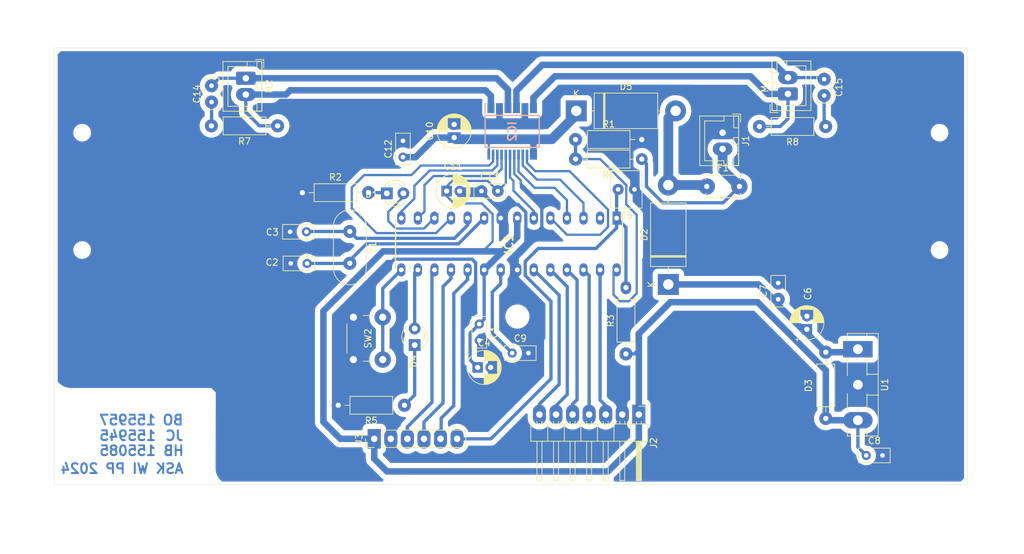
<source format=kicad_pcb>
(kicad_pcb (version 20240108) (generator "pcbnew") (generator_version "8.0")
  (layers (0 "F.Cu" signal) (31 "B.Cu" signal) (34 "B.Paste" user) (35 "F.Paste" user) (36 "B.SilkS" user "B.Silkscreen") (37 "F.SilkS" user "F.Silkscreen") (38 "B.Mask" user) (39 "F.Mask" user) (44 "Edge.Cuts" user))
  (net 0 "")
  (net 1 "GND")
  (net 2 "DRV_VCC")
  (net 3 "V_M")
  (net 4 "m_b1")
  (net 5 "MOSI")
  (net 6 "IR_1")
  (net 7 "CLK_1")
  (net 8 "m_b2")
  (net 9 "pwm_m1")
  (net 10 "m_a1")
  (net 11 "m_a2")
  (net 12 "IR_3")
  (net 13 "pwm_m2")
  (net 14 "CLK_2")
  (net 15 "Net-(D2-K)")
  (net 16 "Net-(D1-A)")
  (net 17 "MISO")
  (net 18 "IR_5")
  (net 19 "RST")
  (net 20 "SCK")
  (net 21 "IR_2")
  (net 22 "Net-(IC1-AREF)")
  (net 23 "IR_4")
  (net 24 "stby")
  (net 25 "Net-(IC2-AO2_1)")
  (net 26 "Net-(IC2-AO1_1)")
  (net 27 "Net-(IC2-BO2_1)")
  (net 28 "Net-(IC2-BO1_1)")
  (net 29 "Net-(D4-A)")
  (net 30 "Net-(D1-K)")
  (net 31 "Net-(D4-K)")
  (net 32 "Net-(IC1-PC5_(ADC5{slash}SCL{slash}PCINT13))")
  (net 34 "Net-(IC1-PB1_(OC1A{slash}PCINT1))")
  (net 35 "V_Bat")
  (net 36 "Vin")
  (net 37 "Net-(C14-Pad1)")
  (net 38 "Net-(C15-Pad2)")
  (footprint "Resistor_THT:R_Axial_DIN0207_L6.3mm_D2.5mm_P10.16mm_Horizontal" (layer "F.Cu") (at 62.52 48.9)
    (property "Reference" "R2")
    (property "Value" "220")
  )
  (footprint "KiCad:print" (layer "F.Cu") (at 35.25 89.5)
    (property "Reference" "REF**" (hide yes))
    (property "Value" "print" (hide yes))
  )
  (footprint "LED_THT:LED_D3.0mm_FlatTop" (layer "F.Cu") (at 75.475 49)
    (property "Reference" "D1")
    (property "Value" "Status2")
  )
  (footprint "MountingHole:MountingHole_2.2mm_M2" (layer "F.Cu") (at 28.75 57.7)
    (property "Reference" "REF**" (hide yes))
    (property "Value" "MountingHole_2.2mm_M2")
  )
  (footprint "MountingHole:MountingHole_2.2mm_M2" (layer "F.Cu") (at 160.25 57.7)
    (property "Reference" "REF**" (hide yes))
    (property "Value" "MountingHole_2.2mm_M2")
  )
  (footprint "MountingHole:MountingHole_3.2mm_M3" (layer "F.Cu") (at 95.5 67.9)
    (property "Reference" "REF**" (hide yes))
    (property "Value" "MountingHole_3.2mm_M3")
  )
  (footprint "Capacitor_THT:C_Rect_L4.6mm_W2.0mm_P2.50mm_MKS02_FKP02" (layer "F.Cu") (at 60.75 59.75)
    (property "Reference" "C2")
    (property "Value" "22pF")
  )
  (footprint "Capacitor_THT:CP_Radial_D5.0mm_P2.00mm" (layer "F.Cu") (at 84.65 48.649998)
    (property "Reference" "C11")
    (property "Value" "10uF")
  )
  (footprint "Connector_PinHeader_2.54mm:PinHeader_1x06_P2.54mm_Vertical" (layer "F.Cu") (at 73.55 86.65 90)
    (property "Reference" "J3")
    (property "Value" "SPI")
  )
  (footprint "Connector_JST:JST_XH_B2B-XH-A_1x02_P2.50mm_Vertical" (layer "F.Cu") (at 137 33.75 90)
    (property "Reference" "M1")
    (property "Value" "Motor_DC" (hide yes))
  )
  (footprint "MountingHole:MountingHole_2.2mm_M2" (layer "F.Cu") (at 160.25 39.7)
    (property "Reference" "REF**" (hide yes))
    (property "Value" "MountingHole_2.2mm_M2")
  )
  (footprint "Capacitor_THT:C_Rect_L4.6mm_W2.0mm_P2.50mm_MKS02_FKP02" (layer "F.Cu") (at 63.15 54.9 180)
    (property "Reference" "C3")
    (property "Value" "22pF")
  )
  (footprint "Resistor_THT:R_Axial_DIN0207_L6.3mm_D2.5mm_P10.16mm_Horizontal" (layer "F.Cu") (at 104.42 40.75)
    (property "Reference" "R1")
    (property "Value" "10k")
  )
  (footprint "Capacitor_THT:C_Rect_L4.6mm_W2.0mm_P2.50mm_MKS02_FKP02" (layer "F.Cu") (at 149 89.2)
    (property "Reference" "C8")
    (property "Value" "0.1uF")
  )
  (footprint "Capacitor_THT:C_Rect_L4.6mm_W2.0mm_P2.50mm_MKS02_FKP02" (layer "F.Cu") (at 90 48.65)
    (property "Reference" "C13")
    (property "Value" "0.1uF")
  )
  (footprint "LED_THT:LED_D3.0mm_FlatTop" (layer "F.Cu") (at 79.75 72.275 90)
    (property "Reference" "D4")
    (property "Value" "Status1")
  )
  (footprint "Capacitor_THT:C_Rect_L4.6mm_W2.0mm_P2.50mm_MKS02_FKP02" (layer "F.Cu") (at 77.95 43.45 90)
    (property "Reference" "C12")
    (property "Value" "0.1uF")
  )
  (footprint "Capacitor_THT:C_Disc_D5.1mm_W3.2mm_P5.00mm" (layer "F.Cu") (at 124.55 47.95)
    (property "Reference" "F1")
    (property "Value" "Fuse 1,6A")
  )
  (footprint "Capacitor_THT:C_Rect_L4.6mm_W2.0mm_P2.50mm_MKS02_FKP02" (layer "F.Cu") (at 142.55 31.5 -90)
    (property "Reference" "C15")
    (property "Value" "100n")
  )
  (footprint "Resistor_THT:R_Axial_DIN0207_L6.3mm_D2.5mm_P10.16mm_Horizontal" (layer "F.Cu") (at 114.58 43.75 180)
    (property "Reference" "R6")
    (property "Value" "10k")
  )
  (footprint "Connector_JST:JST_XH_B2B-XH-A_1x02_P2.50mm_Vertical" (layer "F.Cu") (at 53.85 31.35 -90)
    (property "Reference" "M2")
    (property "Value" "Motor_DC" (hide yes))
  )
  (footprint "Diode_THT:D_DO-201AD_P15.24mm_Horizontal" (layer "F.Cu") (at 118.65 62.97 90)
    (property "Reference" "D2")
    (property "Value" "D_Schottky")
  )
  (footprint "Resistor_THT:R_Axial_DIN0207_L6.3mm_D2.5mm_P10.16mm_Horizontal" (layer "F.Cu") (at 78.18 81.5 180)
    (property "Reference" "R5")
    (property "Value" "220")
  )
  (footprint "Resistor_THT:R_Axial_DIN0207_L6.3mm_D2.5mm_P10.16mm_Horizontal" (layer "F.Cu") (at 142.78 38.75 180)
    (property "Reference" "R8")
    (property "Value" "100")
  )
  (footprint "Capacitor_THT:C_Rect_L4.6mm_W2.0mm_P2.50mm_MKS02_FKP02" (layer "F.Cu") (at 94.7 73.5)
    (property "Reference" "C9")
    (property "Value" "100n")
  )
  (footprint "Resistor_THT:R_Axial_DIN0207_L6.3mm_D2.5mm_P10.16mm_Horizontal" (layer "F.Cu") (at 142.8 73.37 -90)
    (property "Reference" "D3")
    (property "Value" "D")
  )
  (footprint "Capacitor_THT:C_Rect_L4.6mm_W5.5mm_P2.50mm_MKS02_FKP02" (layer "F.Cu") (at 113.45 48.4 180)
    (property "Reference" "C5")
    (property "Value" "100nf")
  )
  (footprint "KiCad:DIP794W53P254L3467H457Q28N" (layer "F.Cu") (at 94.21 56.769 -90)
    (property "Reference" "IC1")
    (property "Value" "ATMEGA328P-PN" (hide yes))
  )
  (footprint "Capacitor_THT:C_Rect_L4.6mm_W2.0mm_P2.50mm_MKS02_FKP02" (layer "F.Cu") (at 48.6 35 90)
    (property "Reference" "C14")
    (property "Value" "100n")
  )
  (footprint "Resistor_THT:R_Axial_DIN0207_L6.3mm_D2.5mm_P10.16mm_Horizontal" (layer "F.Cu") (at 58.73 38.65 180)
    (property "Reference" "R7")
    (property "Value" "100")
  )
  (footprint "KiCad:print2" (layer "F.Cu") (at 31.8 85.05)
    (property "Reference" "REF**" (hide yes))
    (property "Value" "print2" (hide yes))
  )
  (footprint "Capacitor_THT:C_Rect_L4.6mm_W2.0mm_P2.50mm_MKS02_FKP02" (layer "F.Cu") (at 135.5 65.25 90)
    (property "Reference" "C7")
    (property "Value" "0.1uf")
  )
  (footprint "MountingHole:MountingHole_2.2mm_M2" (layer "F.Cu") (at 28.75 39.7)
    (property "Reference" "REF**" (hide yes))
    (property "Value" "MountingHole_2.2mm_M2")
  )
  (footprint "Connector_PinHeader_2.54mm:PinHeader_1x07_P2.54mm_Horizontal" (layer "F.Cu") (at 114.125 82.925 -90)
    (property "Reference" "J2")
    (property "Value" "SENSOR_ARRAY")
  )
  (footprint "Capacitor_THT:CP_Radial_D5.0mm_P2.00mm" (layer "F.Cu") (at 139.9 69.85 90)
    (property "Reference" "C6")
    (property "Value" "10uF")
  )
  (footprint "Diode_THT:D_DO-201AD_P15.24mm_Horizontal" (layer "F.Cu") (at 104.53 36.35)
    (property "Reference" "D5")
    (property "Value" "D_Schottky")
  )
  (footprint "Capacitor_THT:CP_Radial_D5.0mm_P2.00mm" (layer "F.Cu") (at 89.4 75.7)
    (property "Reference" "C4")
    (property "Value" "10uF")
  )
  (footprint "Resistor_THT:R_Axial_DIN0207_L6.3mm_D2.5mm_P10.16mm_Horizontal" (layer "F.Cu") (at 112.15 73.63 90)
    (property "Reference" "R3")
    (property "Value" "10K")
  )
  (footprint "Package_TO_SOT_THT:TO-3P-3_Vertical" (layer "F.Cu") (at 147.725 72.9 -90)
    (property "Reference" "U1")
    (property "Value" "LM7805_TO220")
  )
  (footprint "Button_Switch_THT:SW_PUSH_6mm_H4.3mm" (layer "F.Cu") (at 74.85 68 -90)
    (property "Reference" "SW2")
    (property "Value" "Master_SW")
  )
  (footprint "Connector_JST:JST_XH_B2B-XH-A_1x02_P2.50mm_Vertical" (layer "F.Cu") (at 126.975 39.7 -90)
    (property "Reference" "J1")
    (property "Value" "Conn_01x02_Socket")
  )
  (footprint "Capacitor_THT:C_Rect_L4.6mm_W2.0mm_P2.50mm_MKS02_FKP02" (layer "F.Cu") (at 89.65 69.05 -90)
    (property "Reference" "C1")
    (property "Value" "100nF")
  )
  (footprint "Crystal:Crystal_HC49-4H_Vertical" (layer "F.Cu") (at 69.8 54.85 -90)
    (property "Reference" "Y1")
    (property "Value" "16Mhz")
  )
  (footprint "Capacitor_THT:CP_Radial_D5.0mm_P2.00mm" (layer "F.Cu") (at 85.8 40.45 90)
    (property "Reference" "C10")
    (property "Value" "10uF")
  )
  (footprint "KiCad2:SOP65P760X160-24N" (layer "B.Cu") (at 94.7 39.5 -90)
    (property "Reference" "IC2")
    (property "Value" "TB6612FNG_O,C,8,EL" (hide yes))
  )
  (gr_rect (start 24.5 26.7) (end 164.5 93.7) (stroke (width 0.05)) (fill none) (layer "Edge.Cuts"))
  (segment (start 99.25 54.15) (end 99.125 54.275) (width 0.5) (layer "B.Cu") (net 1))
  (segment (start 99.55 71.2) (end 99.55 66.05) (width 0.5) (layer "B.Cu") (net 1))
  (segment (start 68.02 81.5) (end 68.02 67.73) (width 0.5) (layer "B.Cu") (net 1))
  (segment (start 114.58 40.75) (end 113.05 42.28) (width 0.5) (layer "B.Cu") (net 1))
  (segment (start 151.15 70.2) (end 143.4 70.2) (width 1) (layer "B.Cu") (net 1))
  (segment (start 128.474999 39.7) (end 131.95 43.175001) (width 1) (layer "B.Cu") (net 1))
  (segment (start 99.125 54.275) (end 96.8 56.6) (width 0.35) (layer "B.Cu") (net 1))
  (segment (start 93.3495 38.3) (end 93.1995 38.45) (width 1) (layer "B.Cu") (net 1))
  (segment (start 108.7 89.7) (end 77.64 89.7) (width 1) (layer "B.Cu") (net 1))
  (segment (start 152.25 77.8) (end 152.25 71.3) (width 1) (layer "B.Cu") (net 1))
  (segment (start 139.9 66) (end 136.65 62.75) (width 1) (layer "B.Cu") (net 1))
  (segment (start 60.75 59.75) (end 60.75 55) (width 0.5) (layer "B.Cu") (net 1))
  (segment (start 90.35 38.45) (end 99.35 38.45) (width 1) (layer "B.Cu") (net 1))
  (segment (start 96.8 56.6) (end 96.8 57.55) (width 0.5) (layer "B.Cu") (net 1))
  (segment (start 60.75 55) (end 60.65 54.9) (width 0.5) (layer "B.Cu") (net 1))
  (segment (start 111.585 82.925) (end 111.585 79.635) (width 1) (layer "B.Cu") (net 1))
  (segment (start 88.85 77.65) (end 90.8 77.65) (width 0.5) (layer "B.Cu") (net 1))
  (segment (start 111.585 82.925) (end 111.585 86.815) (width 1) (layer "B.Cu") (net 1))
  (segment (start 113.45 48.4) (end 117.25 52.2) (width 0.5) (layer "B.Cu") (net 1))
  (segment (start 151.7 78.35) (end 152.25 77.8) (width 1) (layer "B.Cu") (net 1))
  (segment (start 117.35 52.3) (end 117.35 57) (width 0.35) (layer "B.Cu") (net 1))
  (segment (start 90 48.65) (end 86.650002 48.65) (width 0.35) (layer "B.Cu") (net 1))
  (segment (start 93.1 77.65) (end 99.55 71.2) (width 0.5) (layer "B.Cu") (net 1))
  (segment (start 77.64 89.7) (end 76.09 88.15) (width 1) (layer "B.Cu") (net 1))
  (segment (start 70.35 74.5) (end 70.73 74.5) (width 0.5) (layer "B.Cu") (net 1))
  (segment (start 89.65 71.55) (end 91.4 73.3) (width 0.5) (layer "B.Cu") (net 1))
  (segment (start 73.7 81.5) (end 68.02 81.5) (width 1) (layer "B.Cu") (net 1))
  (segment (start 122.1 33.1) (end 102.45 33.1) (width 1.5) (layer "B.Cu") (net 1))
  (segment (start 135.5 62.75) (end 131.1 58.35) (width 1) (layer "B.Cu") (net 1))
  (segment (start 68.02 81.5) (end 67.57 81.5) (width 1) (layer "B.Cu") (net 1))
  (segment (start 96.25 38.3) (end 96.65 37.9) (width 1) (layer "B.Cu") (net 1))
  (segment (start 131.95 57.5) (end 131.1 58.35) (width 1) (layer "B.Cu") (net 1))
  (segment (start 151.5 78.55) (end 151.7 78.35) (width 0.5) (layer "B.Cu") (net 1))
  (segment (start 96.8 51.9) (end 96.8 56.15) (width 0.5) (layer "B.Cu") (net 1))
  (segment (start 141.05 67.85) (end 139.9 67.85) (width 1) (layer "B.Cu") (net 1))
  (segment (start 76.65 59.1) (end 88.55 59.1) (width 0.5) (layer "B.Cu") (net 1))
  (segment (start 113.05 42.28) (end 113.05 48) (width 0.5) (layer "B.Cu") (net 1))
  (segment (start 99.56548 38.23452) (end 100.275 37.525) (width 1) (layer "B.Cu") (net 1))
  (segment (start 91.4 77.05) (end 90.8 77.65) (width 0.5) (layer "B.Cu") (net 1))
  (segment (start 68.02 67.73) (end 69.25 66.5) (width 0.5) (layer "B.Cu") (net 1))
  (segment (start 88.55 59.1) (end 89.1 59.65) (width 0.5) (layer "B.Cu") (net 1))
  (segment (start 91.4 75.7) (end 91.4 77.05) (width 0.5) (layer "B.Cu") (net 1))
  (segment (start 95.025 43.06475) (end 95.025 46.025) (width 0.35) (layer "B.Cu") (net 1))
  (segment (start 147.725 78.35) (end 151.7 78.35) (width 1) (layer "B.Cu") (net 1))
  (segment (start 91.4 73.3) (end 91.4 75.7) (width 0.5) (layer "B.Cu") (net 1))
  (segment (start 151.5 89.2) (end 151.5 78.55) (width 0.5) (layer "B.Cu") (net 1))
  (segment (start 95.025 46.025) (end 96 47) (width 0.35) (layer "B.Cu") (net 1))
  (segment (start 113.45 48.4) (end 117.35 52.3) (width 0.35) (layer "B.Cu") (net 1))
  (segment (start 115.15 59.2) (end 116.3 58.05) (width 1) (layer "B.Cu") (net 1))
  (segment (start 87.15 75.95) (end 88.85 77.65) (width 0.5) (layer "B.Cu") (net 1))
  (segment (start 96.8 57.55) (end 95.48 58.87) (width 0.5) (layer "B.Cu") (net 1))
  (segment (start 96 47.475) (end 99.25 50.725) (width 0.35) (layer "B.Cu") (net 1))
  (segment (start 109.95 78) (end 109.95 70.85) (width 1) (layer "B.Cu") (net 1))
  (segment (start 85.8 38.45) (end 80.45 38.45) (width 1) (layer "B.Cu") (net 1))
  (segment (start 92.75 35.938) (end 92.75 37.7005) (width 1) (layer "B.Cu") (net 1))
  (segment (start 60.65 54.9) (end 60.65 50.77) (width 0.5) (layer "B.Cu") (net 1))
  (segment (start 90.35 38.45) (end 85.8 38.45) (width 1) (layer "B.Cu") (net 1))
  (segment (start 126.975 39.7) (end 128.474999 39.7) (width 1) (layer "B.Cu") (net 1))
  (segment (start 143.4 70.2) (end 141.05 67.85) (width 1) (layer "B.Cu") (net 1))
  (segment (start 93.1995 38.45) (end 90.35 38.45) (width 1) (layer "B.Cu") (net 1))
  (segment (start 100.275 37.525) (end 99.35 38.45) (width 1.5) (layer "B.Cu") (net 1))
  (segment (start 87.15 67.65) (end 87.15 75.95) (width 0.5) (layer "B.Cu") (net 1))
  (segment (start 126.975 39.7) (end 126.975 37.975) (width 1.5) (layer "B.Cu") (net 1))
  (segment (start 94.665 50.7) (end 95 50.7) (width 0.5) (layer "B.Cu") (net 1))
  (segment (start 117.35 57) (end 116.3 58.05) (width 0.35) (layer "B.Cu") (net 1))
  (segment (start 131.95 43.175001) (end 131.95 57.5) (width 1) (layer "B.Cu") (net 1))
  (segment (start 130.1 57.35) (end 131.1 58.35) (width 1) (layer "B.Cu") (net 1))
  (segment (start 76.09 83.89) (end 73.7 81.5) (width 1) (layer "B.Cu") (net 1))
  (segment (start 95.48 58.87) (end 95.48 60.738) (width 0.5) (layer "B.Cu") (net 1))
  (segment (start 95 50.7) (end 95.6 50.7) (width 0.5) (layer "B.Cu") (net 1))
  (segment (start 113.05 48) (end 113.45 48.4) (width 0.5) (layer "B.Cu") (net 1))
  (segment (start 92.94 51.59) (end 92.94 52.8) (width 0.35) (layer "B.Cu") (net 1))
  (segment (start 76.09 88.15) (end 76.09 86.65) (width 1) (layer "B.Cu") (net 1))
  (segment (start 139.9 67.85) (end 139.9 66) (width 1) (layer "B.Cu") (net 1))
  (segment (start 76.09 86.65) (end 76.09 83.89) (width 1) (layer "B.Cu") (net 1))
  (segment (start 96.31548 38.23452) (end 96.1 38.45) (width 0.5) (layer "B.Cu") (net 1))
  (segment (start 99.25 50.725) (end 99.25 54.15) (width 0.5) (layer "B.Cu") (net 1))
  (segment (start 95.6 50.7) (end 96.8 51.9) (width 0.5) (layer "B.Cu") (net 1))
  (segment (start 77.95 40.95) (end 80.45 38.45) (width 1) (layer "B.Cu") (net 1))
  (segment (start 126.975 37.975) (end 122.1 33.1) (width 1.5) (layer "B.Cu") (net 1))
  (segment (start 99.55 66.05) (end 95.48 61.98) (width 0.5) (layer "B.Cu") (net 1))
  (segment (start 111.585 86.815) (end 108.7 89.7) (width 1) (layer "B.Cu") (net 1))
  (segment (start 117 57.35) (end 130.1 57.35) (width 1) (layer "B.Cu") (net 1))
  (segment (start 111.585 79.635) (end 109.95 78) (width 1) (layer "B.Cu") (net 1))
  (segment (start 62.52 48.9) (end 70.47 40.95) (width 0.5) (layer "B.Cu") (net 1))
  (segment (start 116.3 58.05) (end 117 57.35) (width 1) (layer "B.Cu") (net 1))
  (segment (start 95.48 61.98) (end 95.48 60.738) (width 0.5) (layer "B.Cu") (net 1))
  (segment (start 89.1 59.65) (end 89.1 65.7) (width 0.5) (layer "B.Cu") (net 1))
  (segment (start 92.94 52.425) (end 94.665 50.7) (width 0.5) (layer "B.Cu") (net 1))
  (segment (start 86.650002 48.65) (end 86.65 48.649998) (width 0.35) (layer "B.Cu") (net 1))
  (segment (start 96.25 38.3) (end 96.31548 38.23452) (width 1) (layer "B.Cu") (net 1))
  (segment (start 92.75 37.7005) (end 93.3495 38.3) (width 1) (layer "B.Cu") (net 1))
  (segment (start 109.95 70.85) (end 115.15 65.65) (width 1) (layer "B.Cu") (net 1))
  (segment (start 70.35 74.5) (end 70.35 68) (width 0.5) (layer "B.Cu") (net 1))
  (segment (start 96.8 56.15) (end 96.8 56.6) (width 0.5) (layer "B.Cu") (net 1))
  (segment (start 96 47) (end 96 47.475) (width 0.35) (layer "B.Cu") (net 1))
  (segment (start 99.35 38.45) (end 85.8 38.45) (width 1.5) (layer "B.Cu") (net 1))
  (segment (start 90.8 77.65) (end 93.1 77.65) (width 0.5) (layer "B.Cu") (net 1))
  (segment (start 152.25 71.3) (end 151.15 70.2) (width 1) (layer "B.Cu") (net 1))
  (segment (start 102.45 33.1) (end 100.275 35.275) (width 1.5) (layer "B.Cu") (net 1))
  (segment (start 90 48.65) (end 92.94 51.59) (width 0.35) (layer "B.Cu") (net 1))
  (segment (start 89.1 65.7) (end 87.15 67.65) (width 0.5) (layer "B.Cu") (net 1))
  (segment (start 96.65 37.9) (end 96.65 35.938) (width 1) (layer "B.Cu") (net 1))
  (segment (start 136.65 62.75) (end 135.5 62.75) (width 1) (layer "B.Cu") (net 1))
  (segment (start 92.94 52.8) (end 92.94 52.425) (width 0.5) (layer "B.Cu") (net 1))
  (segment (start 70.47 40.95) (end 77.95 40.95) (width 0.5) (layer "B.Cu") (net 1))
  (segment (start 100.275 35.275) (end 100.275 37.525) (width 1.5) (layer "B.Cu") (net 1))
  (segment (start 115.15 65.65) (end 115.15 59.2) (width 1) (layer "B.Cu") (net 1))
  (segment (start 60.65 50.77) (end 62.52 48.9) (width 0.5) (layer "B.Cu") (net 1))
  (segment (start 69.25 66.5) (end 76.65 59.1) (width 0.5) (layer "B.Cu") (net 1))
  (segment (start 84.65 48.649998) (end 84.65 47.95) (width 0.35) (layer "B.Cu") (net 2))
  (segment (start 90.05 50.55) (end 85.8 50.55) (width 0.35) (layer "B.Cu") (net 2))
  (segment (start 142.8 83.53) (end 142.8 76.15) (width 1) (layer "B.Cu") (net 2))
  (segment (start 91.7 52.2) (end 90.05 50.55) (width 0.35) (layer "B.Cu") (net 2))
  (segment (start 75.5 91.65) (end 73.55 89.7) (width 1) (layer "B.Cu") (net 2))
  (segment (start 90.45 58) (end 90.45 57.65) (width 0.35) (layer "B.Cu") (net 2))
  (segment (start 109.4 91.65) (end 75.5 91.65) (width 1) (layer "B.Cu") (net 2))
  (segment (start 147.725 87.925) (end 149 89.2) (width 0.5) (layer "B.Cu") (net 2))
  (segment (start 73.55 86.65) (end 68.35 86.65) (width 1) (layer "B.Cu") (net 2))
  (segment (start 114.125 70.525) (end 114.125 72.925) (width 1) (layer "B.Cu") (net 2))
  (segment (start 113.42 73.63) (end 114.125 72.925) (width 0.5) (layer "B.Cu") (net 2))
  (segment (start 90.4 60.738) (end 95.48 55.658) (width 0.5) (layer "B.Cu") (net 2))
  (segment (start 90.4 68.3) (end 89.65 69.05) (width 0.5) (layer "B.Cu") (net 2))
  (segment (start 90.4 60.738) (end 90.4 68.3) (width 0.5) (layer "B.Cu") (net 2))
  (segment (start 143.07 83.8) (end 142.8 83.53) (width 1) (layer "B.Cu") (net 2))
  (segment (start 95.48 52.8) (end 95.48 55.658) (width 1) (layer "B.Cu") (net 2))
  (segment (start 90.4 60.738) (end 93.138 58) (width 1) (layer "B.Cu") (net 2))
  (segment (start 84.65 47.95) (end 85.5 47.1) (width 0.35) (layer "B.Cu") (net 2))
  (segment (start 89.4 75.7) (end 88.25 74.55) (width 0.5) (layer "B.Cu") (net 2))
  (segment (start 91.7 56.4) (end 91.7 52.2) (width 0.35) (layer "B.Cu") (net 2))
  (segment (start 84.65 49.4) (end 84.65 48.649998) (width 0.35) (layer "B.Cu") (net 2))
  (segment (start 65.75 67.05) (end 74.9 57.9) (width 1) (layer "B.Cu") (net 2))
  (segment (start 88.25 70.45) (end 89.65 69.05) (width 0.5) (layer "B.Cu") (net 2))
  (segment (start 68.35 86.65) (end 65.75 84.05) (width 1) (layer "B.Cu") (net 2))
  (segment (start 132.35 65.7) (end 118.95 65.7) (width 1) (layer "B.Cu") (net 2))
  (segment (start 147.725 83.8) (end 143.07 83.8) (width 1) (layer "B.Cu") (net 2))
  (segment (start 112.15 73.63) (end 113.42 73.63) (width 0.5) (layer "B.Cu") (net 2))
  (segment (start 90.95 47.1) (end 92.5 48.65) (width 0.35) (layer "B.Cu") (net 2))
  (segment (start 90.45 57.9) (end 93.138 57.9) (width 1) (layer "B.Cu") (net 2))
  (segment (start 65.75 84.05) (end 65.75 67.05) (width 1) (layer "B.Cu") (net 2))
  (segment (start 92.5 48.65) (end 93.725 47.425) (width 0.35) (layer "B.Cu") (net 2))
  (segment (start 90.45 57.65) (end 91.7 56.4) (width 0.35) (layer "B.Cu") (net 2))
  (segment (start 114.125 72.925) (end 114.125 82.925) (width 1) (layer "B.Cu") (net 2))
  (segment (start 93.138 58) (end 95.48 55.658) (width 1) (layer "B.Cu") (net 2))
  (segment (start 85.5 47.1) (end 90.95 47.1) (width 0.35) (layer "B.Cu") (net 2))
  (segment (start 142.8 76.15) (end 132.35 65.7) (width 1) (layer "B.Cu") (net 2))
  (segment (start 85.8 50.55) (end 84.65 49.4) (width 0.35) (layer "B.Cu") (net 2))
  (segment (start 93.725 47.425) (end 93.725 43.06475) (width 0.35) (layer "B.Cu") (net 2))
  (segment (start 114.125 86.925) (end 109.4 91.65) (width 1) (layer "B.Cu") (net 2))
  (segment (start 114.125 82.925) (end 114.125 86.925) (width 1) (layer "B.Cu") (net 2))
  (segment (start 88.25 74.55) (end 88.25 70.45) (width 0.5) (layer "B.Cu") (net 2))
  (segment (start 73.55 89.7) (end 73.55 86.65) (width 1) (layer "B.Cu") (net 2))
  (segment (start 118.95 65.7) (end 114.125 70.525) (width 1) (layer "B.Cu") (net 2))
  (segment (start 74.9 57.9) (end 90.35 57.9) (width 1) (layer "B.Cu") (net 2))
  (segment (start 147.725 83.8) (end 147.725 87.925) (width 0.5) (layer "B.Cu") (net 2))
  (segment (start 100.8 40.7) (end 104.53 36.97) (width 1.5) (layer "B.Cu") (net 3))
  (segment (start 91.45 40.9) (end 91.115 41.235) (width 0.35) (layer "B.Cu") (net 3))
  (segment (start 97.96 43.06475) (end 97.96 41.2995) (width 1) (layer "B.Cu") (net 3))
  (segment (start 79.9 43.45) (end 82.9 40.45) (width 1) (layer "B.Cu") (net 3))
  (segment (start 85.8 40.45) (end 86.05 40.7) (width 1.5) (layer "B.Cu") (net 3))
  (segment (start 103.65 36.35) (end 104.53 36.35) (width 1) (layer "B.Cu") (net 3))
  (segment (start 92.05 40.9) (end 91.45 40.9) (width 0.35) (layer "B.Cu") (net 3))
  (segment (start 86.05 40.7) (end 100.8 40.7) (width 1.5) (layer "B.Cu") (net 3))
  (segment (start 92.05 40.9) (end 87.2 40.9) (width 0.5) (layer "B.Cu") (net 3))
  (segment (start 86.75 40.45) (end 85.8 40.45) (width 0.5) (layer "B.Cu") (net 3))
  (segment (start 104.53 36.97) (end 104.53 36.35) (width 1.5) (layer "B.Cu") (net 3))
  (segment (start 87.2 40.9) (end 86.75 40.45) (width 0.5) (layer "B.Cu") (net 3))
  (segment (start 82.9 40.45) (end 85.8 40.45) (width 1) (layer "B.Cu") (net 3))
  (segment (start 91.115 41.235) (end 91.115 43.06475) (width 0.35) (layer "B.Cu") (net 3))
  (segment (start 77.95 43.45) (end 79.9 43.45) (width 1) (layer "B.Cu") (net 3))
  (segment (start 103.1 50.05) (end 103.1 52.8) (width 0.35) (layer "B.Cu") (net 4))
  (segment (start 101.2 48.15) (end 98.15 48.15) (width 0.35) (layer "B.Cu") (net 4))
  (segment (start 101.2 48.15) (end 103.1 50.05) (width 0.35) (layer "B.Cu") (net 4))
  (segment (start 98.15 48.15) (end 95.675 45.675) (width 0.35) (layer "B.Cu") (net 4))
  (segment (start 95.675 45.675) (end 95.675 43.06475) (width 0.35) (layer "B.Cu") (net 4))
  (segment (start 78.63 86.65) (end 78.63 84.82) (width 0.5) (layer "B.Cu") (net 5))
  (segment (start 82.4 61.118) (end 82.4 81.05) (width 0.5) (layer "B.Cu") (net 5))
  (segment (start 78.63 84.82) (end 82.4 81.05) (width 0.5) (layer "B.Cu") (net 5))
  (segment (start 82.78 60.738) (end 82.4 61.118) (width 0.5) (layer "B.Cu") (net 5))
  (segment (start 82.78 60.738) (end 82.38 61.138) (width 0.5) (layer "B.Cu") (net 5))
  (segment (start 109.045 81.565) (end 108.18 80.7) (width 0.5) (layer "B.Cu") (net 6))
  (segment (start 108.18 80.7) (end 108.18 60.738) (width 0.5) (layer "B.Cu") (net 6))
  (segment (start 109.045 82.925) (end 109.045 81.565) (width 0.5) (layer "B.Cu") (net 6))
  (segment (start 72.35 56.75) (end 86.45 56.75) (width 0.5) (layer "B.Cu") (net 7))
  (segment (start 69.78 59.75) (end 69.8 59.73) (width 0.5) (layer "B.Cu") (net 7))
  (segment (start 69.8 59.3) (end 72.35 56.75) (width 0.5) (layer "B.Cu") (net 7))
  (segment (start 86.45 56.75) (end 90.4 52.8) (width 0.5) (layer "B.Cu") (net 7))
  (segment (start 69.68 59.85) (end 69.8 59.73) (width 0.5) (layer "B.Cu") (net 7))
  (segment (start 69.8 59.73) (end 69.8 59.3) (width 0.5) (layer "B.Cu") (net 7))
  (segment (start 63.25 59.75) (end 69.78 59.75) (width 0.5) (layer "B.Cu") (net 7))
  (segment (start 98.5 46.9) (end 96.325 44.725) (width 0.35) (layer "B.Cu") (net 8))
  (segment (start 102.05 46.9) (end 98.5 46.9) (width 0.35) (layer "B.Cu") (net 8))
  (segment (start 96.325 44.725) (end 96.325 43.06475) (width 0.35) (layer "B.Cu") (net 8))
  (segment (start 105.64 50.49) (end 105.64 52.8) (width 0.35) (layer "B.Cu") (net 8))
  (segment (start 102.05 46.9) (end 105.64 50.49) (width 0.35) (layer "B.Cu") (net 8))
  (segment (start 83.02 55.1) (end 73.9 55.1) (width 0.35) (layer "B.Cu") (net 9))
  (segment (start 79.25 46.2) (end 80.713909 44.736091) (width 0.35) (layer "B.Cu") (net 9))
  (segment (start 70.1 51.3) (end 70.1 48.1) (width 0.35) (layer "B.Cu") (net 9))
  (segment (start 91.775 44.135) (end 91.775 43.06475) (width 0.35) (layer "B.Cu") (net 9))
  (segment (start 70.1 48.1) (end 72 46.2) (width 0.35) (layer "B.Cu") (net 9))
  (segment (start 91.173909 44.736091) (end 91.775 44.135) (width 0.35) (layer "B.Cu") (net 9))
  (segment (start 73.9 55.1) (end 70.1 51.3) (width 0.35) (layer "B.Cu") (net 9))
  (segment (start 85.32 52.8) (end 83.02 55.1) (width 0.35) (layer "B.Cu") (net 9))
  (segment (start 72 46.2) (end 79.25 46.2) (width 0.35) (layer "B.Cu") (net 9))
  (segment (start 80.713909 44.736091) (end 91.173909 44.736091) (width 0.35) (layer "B.Cu") (net 9))
  (segment (start 93.075 45.275) (end 93.075 43.06475) (width 0.35) (layer "B.Cu") (net 10))
  (segment (start 82.65 46.35) (end 92 46.35) (width 0.35) (layer "B.Cu") (net 10))
  (segment (start 81.25 47.75) (end 82.65 46.35) (width 0.35) (layer "B.Cu") (net 10))
  (segment (start 80.24 52.8) (end 81.25 51.79) (width 0.35) (layer "B.Cu") (net 10))
  (segment (start 81.25 51.79) (end 81.25 47.75) (width 0.35) (layer "B.Cu") (net 10))
  (segment (start 92 46.35) (end 93.075 45.275) (width 0.35) (layer "B.Cu") (net 10))
  (segment (start 92.425 44.725) (end 92.425 43.06475) (width 0.35) (layer "B.Cu") (net 11))
  (segment (start 77.7 51.8) (end 79.7 49.8) (width 0.35) (layer "B.Cu") (net 11))
  (segment (start 79.7 47.85) (end 82.05 45.5) (width 0.35) (layer "B.Cu") (net 11))
  (segment (start 91.65 45.5) (end 92.425 44.725) (width 0.35) (layer "B.Cu") (net 11))
  (segment (start 79.7 49.8) (end 79.7 47.85) (width 0.35) (layer "B.Cu") (net 11))
  (segment (start 77.7 52.8) (end 77.7 51.8) (width 0.35) (layer "B.Cu") (net 11))
  (segment (start 82.05 45.5) (end 91.65 45.5) (width 0.35) (layer "B.Cu") (net 11))
  (segment (start 103.965 81.335) (end 104.65 80.65) (width 0.5) (layer "B.Cu") (net 12))
  (segment (start 104.65 80.65) (end 104.65 62.288) (width 0.5) (layer "B.Cu") (net 12))
  (segment (start 103.965 82.925) (end 103.965 81.335) (width 0.5) (layer "B.Cu") (net 12))
  (segment (start 104.65 62.288) (end 103.1 60.738) (width 0.5) (layer "B.Cu") (net 12))
  (segment (start 96.975 44.325) (end 96.975 43.06475) (width 0.35) (layer "B.Cu") (net 13))
  (segment (start 109.4 54.15) (end 109.4 51.5) (width 0.35) (layer "B.Cu") (net 13))
  (segment (start 103.11 55.35) (end 108.2 55.35) (width 0.35) (layer "B.Cu") (net 13))
  (segment (start 109.4 51.5) (end 103.5 45.6) (width 0.35) (layer "B.Cu") (net 13))
  (segment (start 98.25 45.6) (end 96.975 44.325) (width 0.35) (layer "B.Cu") (net 13))
  (segment (start 100.56 52.8) (end 103.11 55.35) (width 0.35) (layer "B.Cu") (net 13))
  (segment (start 108.2 55.35) (end 109.4 54.15) (width 0.35) (layer "B.Cu") (net 13))
  (segment (start 103.5 45.6) (end 98.25 45.6) (width 0.35) (layer "B.Cu") (net 13))
  (segment (start 87.86 53.89) (end 87.86 52.8) (width 0.5) (layer "B.Cu") (net 14))
  (segment (start 69.8 54.85) (end 63.2 54.85) (width 0.5) (layer "B.Cu") (net 14))
  (segment (start 63.2 54.85) (end 63.15 54.9) (width 0.5) (layer "B.Cu") (net 14))
  (segment (start 70.85 55.9) (end 85.85 55.9) (width 0.5) (layer "B.Cu") (net 14))
  (segment (start 69.8 54.85) (end 70.85 55.9) (width 0.5) (layer "B.Cu") (net 14))
  (segment (start 85.85 55.9) (end 87.86 53.89) (width 0.5) (layer "B.Cu") (net 14))
  (segment (start 132.47 62.97) (end 134.75 65.25) (width 1) (layer "B.Cu") (net 15))
  (segment (start 139.2 69.85) (end 139.9 69.85) (width 1) (layer "B.Cu") (net 15))
  (segment (start 147.255 73.37) (end 147.725 72.9) (width 1) (layer "B.Cu") (net 15))
  (segment (start 139.9 69.85) (end 139.9 70.47) (width 1) (layer "B.Cu") (net 15))
  (segment (start 139.9 70.47) (end 142.8 73.37) (width 1) (layer "B.Cu") (net 15))
  (segment (start 135.5 65.25) (end 135.5 66.15) (width 1) (layer "B.Cu") (net 15))
  (segment (start 142.8 73.37) (end 147.255 73.37) (width 1) (layer "B.Cu") (net 15))
  (segment (start 135.5 66.15) (end 139.2 69.85) (width 1) (layer "B.Cu") (net 15))
  (segment (start 118.65 62.97) (end 132.47 62.97) (width 1) (layer "B.Cu") (net 15))
  (segment (start 134.75 65.25) (end 135.5 65.25) (width 1) (layer "B.Cu") (net 15))
  (segment (start 75.7 51.85) (end 75.7 53.25) (width 0.35) (layer "B.Cu") (net 16))
  (segment (start 81.18 54.4) (end 82.78 52.8) (width 0.35) (layer "B.Cu") (net 16))
  (segment (start 76.85 54.4) (end 81.18 54.4) (width 0.35) (layer "B.Cu") (net 16))
  (segment (start 75.7 53.25) (end 76.85 54.4) (width 0.35) (layer "B.Cu") (net 16))
  (segment (start 78.015 49.535) (end 75.7 51.85) (width 0.35) (layer "B.Cu") (net 16))
  (segment (start 78.015 49) (end 78.015 49.535) (width 0.35) (layer "B.Cu") (net 16))
  (segment (start 81.17 84.08) (end 84.1 81.15) (width 0.5) (layer "B.Cu") (net 17))
  (segment (start 81.17 86.65) (end 81.17 84.08) (width 0.5) (layer "B.Cu") (net 17))
  (segment (start 85.32 62.08) (end 85.32 60.738) (width 0.5) (layer "B.Cu") (net 17))
  (segment (start 84.1 81.15) (end 84.1 63.3) (width 0.5) (layer "B.Cu") (net 17))
  (segment (start 84.1 63.3) (end 85.32 62.08) (width 0.5) (layer "B.Cu") (net 17))
  (segment (start 98.885 82.925) (end 98.885 81.315) (width 0.5) (layer "B.Cu") (net 18))
  (segment (start 101.9 78.3) (end 101.9 64.618) (width 0.5) (layer "B.Cu") (net 18))
  (segment (start 98.885 81.315) (end 101.9 78.3) (width 0.5) (layer "B.Cu") (net 18))
  (segment (start 101.9 64.618) (end 98.02 60.738) (width 0.5) (layer "B.Cu") (net 18))
  (segment (start 107.57 57.45) (end 110.72 54.3) (width 0.5) (layer "B.Cu") (net 19))
  (segment (start 100.65 65.55) (end 96.7 61.6) (width 0.5) (layer "B.Cu") (net 19))
  (segment (start 86.25 86.65) (end 91.45 86.65) (width 0.5) (layer "B.Cu") (net 19))
  (segment (start 110.72 54.3) (end 110.72 52.8) (width 0.5) (layer "B.Cu") (net 19))
  (segment (start 112.15 63.47) (end 112.15 54.23) (width 0.5) (layer "B.Cu") (net 19))
  (segment (start 91.45 86.65) (end 100.65 77.45) (width 0.5) (layer "B.Cu") (net 19))
  (segment (start 110.72 48.63) (end 110.95 48.4) (width 0.5) (layer "B.Cu") (net 19))
  (segment (start 112.15 54.23) (end 110.72 52.8) (width 0.5) (layer "B.Cu") (net 19))
  (segment (start 100.65 77.45) (end 100.65 65.55) (width 0.5) (layer "B.Cu") (net 19))
  (segment (start 96.7 61.6) (end 96.7 59.45) (width 0.5) (layer "B.Cu") (net 19))
  (segment (start 110.72 52.8) (end 110.72 48.63) (width 0.5) (layer "B.Cu") (net 19))
  (segment (start 98.7 57.45) (end 107.57 57.45) (width 0.5) (layer "B.Cu") (net 19))
  (segment (start 96.7 59.45) (end 98.7 57.45) (width 0.5) (layer "B.Cu") (net 19))
  (segment (start 87.86 62.24) (end 85.75 64.35) (width 0.5) (layer "B.Cu") (net 20))
  (segment (start 87.86 60.738) (end 87.86 62.24) (width 0.5) (layer "B.Cu") (net 20))
  (segment (start 83.805 83.495) (end 83.805 86.555) (width 0.5) (layer "B.Cu") (net 20))
  (segment (start 83.805 86.555) (end 83.71 86.65) (width 0.5) (layer "B.Cu") (net 20))
  (segment (start 85.75 64.35) (end 85.75 81.55) (width 0.5) (layer "B.Cu") (net 20))
  (segment (start 85.75 81.55) (end 83.805 83.495) (width 0.5) (layer "B.Cu") (net 20))
  (segment (start 106.505 61.603) (end 105.64 60.738) (width 0.5) (layer "B.Cu") (net 21))
  (segment (start 106.505 82.925) (end 106.505 61.603) (width 0.5) (layer "B.Cu") (net 21))
  (segment (start 91.65 70.45) (end 91.65 64.15) (width 0.5) (layer "B.Cu") (net 22))
  (segment (start 94.7 73.5) (end 91.65 70.45) (width 0.5) (layer "B.Cu") (net 22))
  (segment (start 92.94 62.86) (end 92.94 60.738) (width 0.5) (layer "B.Cu") (net 22))
  (segment (start 91.65 64.15) (end 92.94 62.86) (width 0.5) (layer "B.Cu") (net 22))
  (segment (start 103.15 63.328) (end 103.15 79.85) (width 0.5) (layer "B.Cu") (net 23))
  (segment (start 103.15 79.85) (end 101.425 81.575) (width 0.5) (layer "B.Cu") (net 23))
  (segment (start 100.56 60.738) (end 103.15 63.328) (width 0.5) (layer "B.Cu") (net 23))
  (segment (start 101.425 81.575) (end 101.425 82.925) (width 0.5) (layer "B.Cu") (net 23))
  (segment (start 94.9 47.1) (end 94.9 48.6) (width 0.35) (layer "B.Cu") (net 24))
  (segment (start 98.02 51.72) (end 98.02 52.8) (width 0.35) (layer "B.Cu") (net 24))
  (segment (start 94.9 48.6) (end 98.02 51.72) (width 0.35) (layer "B.Cu") (net 24))
  (segment (start 94.375 46.575) (end 94.9 47.1) (width 0.35) (layer "B.Cu") (net 24))
  (segment (start 94.375 43.06475) (end 94.375 46.575) (width 0.35) (layer "B.Cu") (net 24))
  (segment (start 94.05 35.93775) (end 94.05 33.1) (width 1) (layer "B.Cu") (net 25))
  (segment (start 48.6 32.5) (end 49.75 31.35) (width 0.5) (layer "B.Cu") (net 25))
  (segment (start 49.75 31.35) (end 53.85 31.35) (width 0.5) (layer "B.Cu") (net 25))
  (segment (start 94.05 33.1) (end 92.3 31.35) (width 1) (layer "B.Cu") (net 25))
  (segment (start 92.3 31.35) (end 53.85 31.35) (width 1) (layer "B.Cu") (net 25))
  (segment (start 90.6 33.2) (end 60.65 33.2) (width 1) (layer "B.Cu") (net 26))
  (segment (start 60 33.85) (end 53.85 33.85) (width 1) (layer "B.Cu") (net 26))
  (segment (start 58.73 38.65) (end 55.95 38.65) (width 0.5) (layer "B.Cu") (net 26))
  (segment (start 60.65 33.2) (end 60 33.85) (width 1) (layer "B.Cu") (net 26))
  (segment (start 53.85 36.55) (end 53.85 33.85) (width 0.5) (layer "B.Cu") (net 26))
  (segment (start 91.4375 34.0375) (end 90.6 33.2) (width 1) (layer "B.Cu") (net 26))
  (segment (start 91.4375 35.93775) (end 91.4375 34.0375) (width 1) (layer "B.Cu") (net 26))
  (segment (start 55.95 38.65) (end 53.85 36.55) (width 0.5) (layer "B.Cu") (net 26))
  (segment (start 135.05 29.3) (end 137 31.25) (width 1) (layer "B.Cu") (net 27))
  (segment (start 95.35 33.25) (end 99.3 29.3) (width 1) (layer "B.Cu") (net 27))
  (segment (start 142.3 31.25) (end 142.55 31.5) (width 0.5) (layer "B.Cu") (net 27))
  (segment (start 99.3 29.3) (end 135.05 29.3) (width 1) (layer "B.Cu") (net 27))
  (segment (start 95.35 35.93775) (end 95.35 33.25) (width 1) (layer "B.Cu") (net 27))
  (segment (start 137 31.25) (end 142.3 31.25) (width 0.5) (layer "B.Cu") (net 27))
  (segment (start 97.9625 35.938) (end 97.9625 34.3375) (width 1) (layer "B.Cu") (net 28))
  (segment (start 97.9625 34.3375) (end 101.25 31.05) (width 1) (layer "B.Cu") (net 28))
  (segment (start 137 37.55) (end 137 33.75) (width 0.5) (layer "B.Cu") (net 28))
  (segment (start 132.62 38.75) (end 135.8 38.75) (width 0.5) (layer "B.Cu") (net 28))
  (segment (start 133.95 33.75) (end 137 33.75) (width 1) (layer "B.Cu") (net 28))
  (segment (start 131.25 31.05) (end 133.95 33.75) (width 1) (layer "B.Cu") (net 28))
  (segment (start 101.25 31.05) (end 131.25 31.05) (width 1) (layer "B.Cu") (net 28))
  (segment (start 135.8 38.75) (end 137 37.55) (width 0.5) (layer "B.Cu") (net 28))
  (segment (start 79.75 61.228) (end 80.24 60.738) (width 0.5) (layer "B.Cu") (net 29))
  (segment (start 79.75 69.735) (end 79.75 61.228) (width 0.5) (layer "B.Cu") (net 29))
  (segment (start 75.375 48.9) (end 75.475 49) (width 0.5) (layer "B.Cu") (net 30))
  (segment (start 72.68 48.9) (end 75.375 48.9) (width 0.5) (layer "B.Cu") (net 30))
  (segment (start 79.75 79.93) (end 78.18 81.5) (width 0.5) (layer "B.Cu") (net 31))
  (segment (start 79.75 72.275) (end 79.75 79.93) (width 0.5) (layer "B.Cu") (net 31))
  (segment (start 110.25 61.208) (end 110.72 60.738) (width 0.35) (layer "B.Cu") (net 32))
  (segment (start 110.25 64.55) (end 110.25 61.208) (width 0.35) (layer "B.Cu") (net 32))
  (segment (start 113.8 52.3) (end 113.8 64.35) (width 0.35) (layer "B.Cu") (net 32))
  (segment (start 111.25 65.55) (end 110.25 64.55) (width 0.35) (layer "B.Cu") (net 32))
  (segment (start 113.8 64.35) (end 112.6 65.55) (width 0.35) (layer "B.Cu") (net 32))
  (segment (start 112.2 47.75) (end 112.2 50.7) (width 0.35) (layer "B.Cu") (net 32))
  (segment (start 112.2 50.7) (end 113.8 52.3) (width 0.35) (layer "B.Cu") (net 32))
  (segment (start 104.42 43.75) (end 104.42 40.75) (width 0.5) (layer "B.Cu") (net 32))
  (segment (start 104.42 43.75) (end 108.2 43.75) (width 0.35) (layer "B.Cu") (net 32))
  (segment (start 108.2 43.75) (end 112.2 47.75) (width 0.35) (layer "B.Cu") (net 32))
  (segment (start 112.6 65.55) (end 111.25 65.55) (width 0.35) (layer "B.Cu") (net 32))
  (segment (start 74.85 68) (end 74.85 63.588) (width 0.5) (layer "B.Cu") (net 34))
  (segment (start 74.85 68) (end 74.85 74.5) (width 0.5) (layer "B.Cu") (net 34))
  (segment (start 74.85 63.588) (end 77.7 60.738) (width 0.5) (layer "B.Cu") (net 34))
  (segment (start 115.3 44.47) (end 115.3 47.95) (width 0.5) (layer "B.Cu") (net 35))
  (segment (start 115.3 47.95) (end 117.8 50.45) (width 0.5) (layer "B.Cu") (net 35))
  (segment (start 126.875 42.1) (end 126.975 42.2) (width 1) (layer "B.Cu") (net 35))
  (segment (start 114.58 43.75) (end 115.3 44.47) (width 0.5) (layer "B.Cu") (net 35))
  (segment (start 117.8 50.45) (end 127.05 50.45) (width 0.5) (layer "B.Cu") (net 35))
  (segment (start 127.05 50.45) (end 129.55 47.95) (width 0.5) (layer "B.Cu") (net 35))
  (segment (start 126.975 45.375) (end 129.55 47.95) (width 1.5) (layer "B.Cu") (net 35))
  (segment (start 126.975 42.2) (end 126.975 45.375) (width 1.5) (layer "B.Cu") (net 35))
  (segment (start 124.33 47.73) (end 124.55 47.95) (width 1.5) (layer "B.Cu") (net 36))
  (segment (start 118.65 47.73) (end 118.65 37.47) (width 1.5) (layer "B.Cu") (net 36))
  (segment (start 118.65 37.47) (end 119.77 36.35) (width 1.5) (layer "B.Cu") (net 36))
  (segment (start 118.87 47.95) (end 118.65 47.73) (width 1.5) (layer "B.Cu") (net 36))
  (segment (start 118.65 47.73) (end 124.33 47.73) (width 1.5) (layer "B.Cu") (net 36))
  (segment (start 48.6 35) (end 48.6 38.62) (width 0.5) (layer "B.Cu") (net 37))
  (segment (start 48.6 38.62) (end 48.57 38.65) (width 0.5) (layer "B.Cu") (net 37))
  (segment (start 142.55 38.52) (end 142.78 38.75) (width 0.5) (layer "B.Cu") (net 38))
  (segment (start 142.55 34) (end 142.55 38.52) (width 0.5) (layer "B.Cu") (net 38))
  (zone (net 1) (net_name "GND") (layer "B.Cu") (connect_pads yes (clearance 0.8)) (min_thickness 0.35) (fill yes (thermal_gap 0.5) (thermal_bridge_width 0.5) (smoothing fillet) (radius 2.5))
    (polygon (pts (xy 49.25 78.85) (xy 47.2 77.45) (xy 50.35 80.7)))
  )
  (zone (net 1) (net_name "GND") (layer "B.Cu") (connect_pads yes (clearance 0.8)) (min_thickness 0.35) (fill yes (thermal_gap 0.5) (thermal_bridge_width 0.5) (smoothing fillet) (radius 2.5))
    (polygon (pts (xy 164.5 93.7) (xy 110.263889 93.7) (xy 110.3 92.4) (xy 74.95 92.3) (xy 74.95 93.7) (xy 49.212214 93.7) (xy 49.231107 86.275) (xy 49.25 78.85) (xy 24.5 78.85) (xy 24.5 26.7) (xy 164.5 26.7)))
  )
)
</source>
